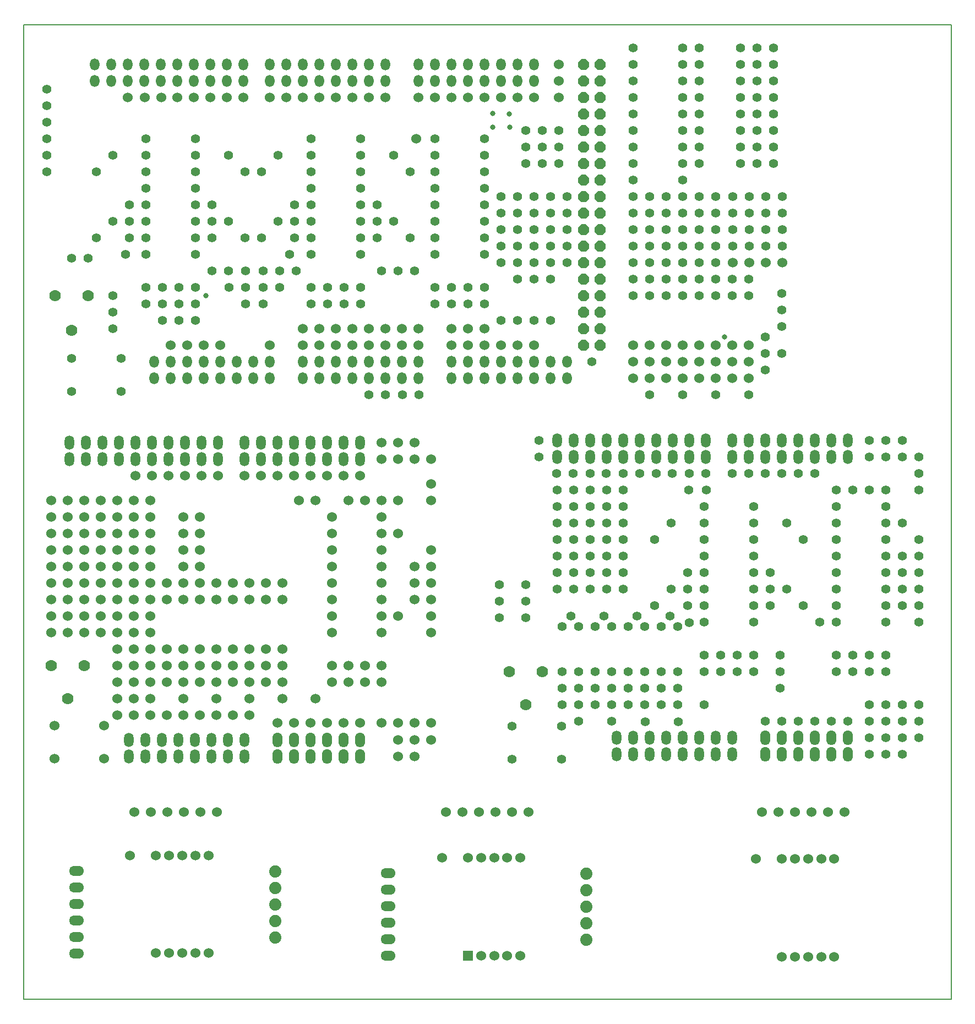
<source format=gbr>
%FSLAX35Y35*%
%MOIN*%
G04 EasyPC Gerber Version 18.0.8 Build 3632 *
%AMT21*0 Octagon Pad at angle 0*4,1,8,-0.01367,-0.03300,0.01367,-0.03300,0.03300,-0.01367,0.03300,0.01367,0.01367,0.03300,-0.01367,0.03300,-0.03300,0.01367,-0.03300,-0.01367,-0.01367,-0.03300,0*%
%ADD21T21*%
%ADD23O,0.05740X0.08610*%
%ADD20O,0.05746X0.07183*%
%ADD22O,0.06000X0.09000*%
%ADD79R,0.06000X0.06000*%
%ADD11C,0.00500*%
%ADD71C,0.03200*%
%ADD19C,0.05600*%
%ADD70C,0.06000*%
%ADD78C,0.06000*%
%ADD77C,0.07000*%
%ADD81C,0.07400*%
%ADD80O,0.09000X0.06000*%
X0Y0D02*
D02*
D11*
X561920Y250D02*
Y590250D01*
X250*
Y250*
X561920*
D02*
D19*
X14442Y501265D03*
Y511265D03*
Y521265D03*
Y531265D03*
Y541265D03*
Y551265D03*
X29442Y368387D03*
Y388387D03*
Y448765D03*
X39442D03*
X44442Y461265D03*
Y501265D03*
X54192Y406265D03*
Y416265D03*
X54442Y426265D03*
Y471265D03*
Y511265D03*
X59442Y368387D03*
Y388387D03*
X61942Y451265D03*
X64442Y461265D03*
Y471265D03*
Y481265D03*
X74442Y421265D03*
Y431265D03*
Y451265D03*
Y461265D03*
Y471265D03*
Y481265D03*
Y491265D03*
Y501265D03*
Y511265D03*
Y521265D03*
X84442Y411265D03*
Y421265D03*
Y431265D03*
X94442Y411265D03*
Y421265D03*
Y431265D03*
X104442Y411265D03*
Y421265D03*
Y431265D03*
Y451265D03*
Y461265D03*
Y471265D03*
Y481265D03*
Y491265D03*
Y501265D03*
Y511265D03*
Y521265D03*
X114442Y441265D03*
Y461265D03*
Y471265D03*
Y481265D03*
X124442Y441265D03*
Y471265D03*
Y511265D03*
X124507Y431347D03*
X134442Y461265D03*
Y501265D03*
X134491Y421206D03*
Y431206D03*
Y441206D03*
X144442Y461265D03*
Y501265D03*
X145349Y421206D03*
Y431206D03*
Y441206D03*
X154442Y471265D03*
Y511265D03*
X155315Y441265D03*
X155333Y431347D03*
X161442Y451265D03*
X164442Y461265D03*
Y471265D03*
Y481265D03*
X165315Y441265D03*
X174442Y421265D03*
Y431265D03*
Y451265D03*
Y461265D03*
Y471265D03*
Y481265D03*
Y491265D03*
Y501265D03*
Y511265D03*
Y521265D03*
X184442Y421265D03*
Y431265D03*
X194442Y421265D03*
Y431265D03*
X204442Y421265D03*
Y431265D03*
Y451265D03*
Y461265D03*
Y471265D03*
Y481265D03*
Y491265D03*
Y501265D03*
Y511265D03*
Y521265D03*
X209376Y366206D03*
X214442Y461265D03*
Y471265D03*
Y481265D03*
X216942Y441265D03*
X219360Y366206D03*
X224442Y471265D03*
Y511265D03*
X226942Y441265D03*
X229469Y366206D03*
X234442Y461265D03*
Y501265D03*
X236942Y441265D03*
X239454Y366330D03*
X249442Y421265D03*
Y431265D03*
Y451265D03*
Y461265D03*
Y471265D03*
Y481265D03*
Y491265D03*
Y501265D03*
Y511265D03*
Y521265D03*
X259442Y421265D03*
Y431265D03*
X269442Y421265D03*
Y431265D03*
X279442Y421265D03*
Y431265D03*
Y451265D03*
Y461265D03*
Y471265D03*
Y481265D03*
Y491265D03*
Y501265D03*
Y511265D03*
Y521265D03*
X288149Y231097D03*
Y241097D03*
Y251097D03*
X289405Y411387D03*
X289442Y446265D03*
Y456265D03*
Y466265D03*
Y476265D03*
Y486265D03*
X296089Y145437D03*
Y165437D03*
X299442Y411387D03*
Y436265D03*
Y446265D03*
Y456265D03*
Y466265D03*
Y476265D03*
Y486265D03*
X304373Y231097D03*
Y241097D03*
X304385Y251097D03*
X304442Y506265D03*
Y516265D03*
Y526265D03*
X309442Y411387D03*
Y436265D03*
Y446265D03*
Y456265D03*
Y466265D03*
Y476265D03*
Y486265D03*
X312127Y328437D03*
Y338437D03*
X314442Y506265D03*
Y516265D03*
Y526265D03*
X319442Y411387D03*
Y436265D03*
Y446265D03*
Y456265D03*
Y466265D03*
Y476265D03*
Y486265D03*
X322969Y318437D03*
X323156Y248437D03*
Y258437D03*
Y268437D03*
Y278437D03*
Y288437D03*
Y298437D03*
Y308437D03*
X324442Y506265D03*
Y516265D03*
Y526265D03*
X326089Y145437D03*
Y165437D03*
X326249Y178437D03*
Y188437D03*
Y198437D03*
Y225937D03*
X329442Y446265D03*
Y456265D03*
Y466265D03*
Y476265D03*
Y486265D03*
X331627Y232187D03*
X333078Y318437D03*
X333156Y248437D03*
Y258437D03*
Y268437D03*
Y278437D03*
Y288437D03*
Y298437D03*
Y308437D03*
X336198Y168446D03*
X336249Y178437D03*
Y188437D03*
Y198437D03*
Y225937D03*
X343156Y248437D03*
Y258437D03*
Y268437D03*
Y278437D03*
Y288437D03*
Y298437D03*
Y308437D03*
X343187Y318437D03*
X344442Y386265D03*
X346249Y178437D03*
Y188437D03*
Y198437D03*
Y225937D03*
X351627Y232187D03*
X353046Y318437D03*
X353156Y248437D03*
Y258437D03*
Y268437D03*
Y278437D03*
Y288437D03*
Y298437D03*
Y308437D03*
X356167Y168446D03*
X356249Y178437D03*
Y188437D03*
Y198437D03*
Y225937D03*
X363156Y248437D03*
Y258437D03*
Y268437D03*
Y278437D03*
Y288437D03*
Y298437D03*
Y308437D03*
Y318459D03*
X366249Y178437D03*
Y188437D03*
Y198437D03*
Y225937D03*
X369442Y426265D03*
Y436265D03*
Y446265D03*
Y456265D03*
Y466265D03*
Y476265D03*
Y486265D03*
Y496265D03*
Y506265D03*
Y516265D03*
Y526265D03*
Y536265D03*
Y546265D03*
Y556265D03*
Y566265D03*
Y576265D03*
X371627Y232187D03*
X373140Y318459D03*
X376249Y178437D03*
Y188437D03*
Y198437D03*
Y225937D03*
X376509Y168321D03*
X379442Y366265D03*
Y426265D03*
Y436265D03*
Y446265D03*
Y456265D03*
Y466265D03*
Y476265D03*
Y486265D03*
X382127Y238437D03*
Y278437D03*
X383124Y318459D03*
X386249Y178437D03*
Y188437D03*
Y198437D03*
Y225937D03*
X389442Y426265D03*
Y436265D03*
Y446265D03*
Y456265D03*
Y466265D03*
Y476265D03*
Y486265D03*
X391627Y232187D03*
X392127Y248437D03*
Y288437D03*
X392983Y318459D03*
X396249Y178437D03*
Y188437D03*
Y198437D03*
Y225937D03*
X396478Y168321D03*
X399442Y366265D03*
Y426265D03*
Y436265D03*
Y446265D03*
Y456265D03*
Y466265D03*
Y476265D03*
Y486265D03*
Y496265D03*
Y506265D03*
Y516265D03*
Y526265D03*
Y536265D03*
Y546265D03*
Y556265D03*
Y566265D03*
Y576265D03*
X402127Y238437D03*
Y248437D03*
Y258437D03*
X403093Y308437D03*
X403217Y228352D03*
Y318459D03*
X409442Y426265D03*
Y436265D03*
Y446265D03*
Y456265D03*
Y466265D03*
Y476265D03*
Y486265D03*
Y506265D03*
Y516265D03*
Y526265D03*
Y536265D03*
Y546265D03*
Y556265D03*
Y566265D03*
Y576265D03*
X412127Y178437D03*
Y198437D03*
Y208437D03*
Y228437D03*
Y238437D03*
Y248437D03*
Y258437D03*
Y268437D03*
Y278437D03*
Y288437D03*
Y298437D03*
X413326Y318459D03*
X413451Y308437D03*
X419442Y366265D03*
Y426265D03*
Y436265D03*
Y446265D03*
Y456265D03*
Y466265D03*
Y476265D03*
Y486265D03*
X422127Y198437D03*
Y208437D03*
X429127Y318437D03*
X429442Y426265D03*
Y436265D03*
X429526Y456265D03*
Y466265D03*
Y476265D03*
Y486265D03*
X432127Y198437D03*
Y208437D03*
X434442Y506265D03*
Y516265D03*
Y526265D03*
Y536265D03*
Y546265D03*
Y556265D03*
Y566265D03*
Y576265D03*
X439127Y318437D03*
X439442Y366265D03*
Y426265D03*
Y436265D03*
X439526Y456265D03*
Y466265D03*
Y476265D03*
Y486265D03*
X442127Y198437D03*
Y208437D03*
Y228437D03*
Y238437D03*
Y248437D03*
Y258437D03*
Y268437D03*
Y278437D03*
Y288437D03*
Y298437D03*
X444442Y506265D03*
Y516265D03*
Y526265D03*
Y536265D03*
Y546265D03*
Y556265D03*
Y566265D03*
Y576265D03*
X449127Y168437D03*
Y318437D03*
X449442Y381265D03*
Y391265D03*
Y401265D03*
X449526Y456265D03*
Y466265D03*
Y476265D03*
Y486265D03*
X452127Y238437D03*
Y248437D03*
Y258437D03*
X454442Y506265D03*
Y516265D03*
Y526265D03*
Y536265D03*
Y546265D03*
Y556265D03*
Y566265D03*
Y576265D03*
X458354Y188437D03*
Y198437D03*
Y208437D03*
X459127Y168437D03*
Y318437D03*
X459442Y391265D03*
Y407515D03*
Y417515D03*
Y427515D03*
X459526Y456265D03*
Y466265D03*
Y476265D03*
Y486265D03*
X462127Y248437D03*
Y288437D03*
X469127Y168437D03*
Y318437D03*
X472127Y238437D03*
Y278437D03*
X479127Y168437D03*
Y318437D03*
X482127Y228437D03*
X489127Y168437D03*
X492127Y198437D03*
Y208437D03*
Y228437D03*
Y238437D03*
Y248437D03*
Y258437D03*
Y268437D03*
Y278437D03*
Y288437D03*
Y298437D03*
Y308437D03*
X499127Y168437D03*
X502127Y198437D03*
Y208437D03*
Y308437D03*
X512127Y148437D03*
Y158437D03*
Y168437D03*
Y178437D03*
Y198437D03*
Y208437D03*
Y308437D03*
Y328437D03*
Y338437D03*
X522127Y148437D03*
Y158437D03*
Y168437D03*
Y178437D03*
Y198437D03*
Y208437D03*
Y228437D03*
Y238437D03*
Y248437D03*
Y258437D03*
Y268437D03*
Y278437D03*
Y288437D03*
Y298437D03*
Y308437D03*
Y328437D03*
Y338437D03*
X532127Y148437D03*
Y158437D03*
Y168437D03*
Y178437D03*
Y238437D03*
Y248437D03*
Y258437D03*
Y268437D03*
Y288437D03*
Y328437D03*
Y338437D03*
X542127Y158437D03*
Y168437D03*
Y178437D03*
Y228437D03*
Y238437D03*
Y248437D03*
Y258437D03*
Y268437D03*
Y278437D03*
Y308437D03*
Y318437D03*
Y328437D03*
D02*
D70*
X16850Y222263D03*
Y232263D03*
Y242263D03*
Y252263D03*
Y262263D03*
Y272263D03*
Y282263D03*
Y292263D03*
Y302263D03*
X18850Y145763D03*
Y165763D03*
X26850Y222263D03*
Y232263D03*
Y242263D03*
Y252263D03*
Y262263D03*
Y272263D03*
Y282263D03*
Y292263D03*
Y302263D03*
X36850Y222263D03*
Y232263D03*
Y242263D03*
Y252263D03*
Y262263D03*
Y272263D03*
Y282263D03*
Y292263D03*
Y302263D03*
X46850Y222263D03*
Y232263D03*
Y242263D03*
Y252263D03*
Y262263D03*
Y272263D03*
Y282263D03*
Y292263D03*
Y302263D03*
X48850Y145763D03*
Y165763D03*
X56850Y172263D03*
Y182263D03*
Y192263D03*
Y202263D03*
Y212263D03*
Y222263D03*
Y232263D03*
Y242263D03*
Y252263D03*
Y262263D03*
Y272263D03*
Y282263D03*
Y292263D03*
Y302263D03*
X63353Y546265D03*
X64704Y87363D03*
X66850Y172263D03*
Y182263D03*
Y192263D03*
Y202263D03*
Y212263D03*
Y222263D03*
Y232263D03*
Y242263D03*
Y252263D03*
Y262263D03*
Y272263D03*
Y282263D03*
Y292263D03*
Y302263D03*
X67418Y113696D03*
X67850Y317263D03*
X73462Y546265D03*
X76850Y172263D03*
Y182263D03*
Y192263D03*
Y202263D03*
Y212263D03*
Y222263D03*
Y232263D03*
Y242263D03*
Y252263D03*
Y262263D03*
Y272263D03*
Y282263D03*
Y292263D03*
Y302263D03*
X77418Y113696D03*
X77850Y317263D03*
X80429Y28206D03*
Y87363D03*
X83446Y546265D03*
X86850Y172263D03*
Y192263D03*
Y202263D03*
Y212263D03*
Y242263D03*
Y252263D03*
X87418Y113696D03*
X87850Y317263D03*
X88417Y28206D03*
Y87363D03*
X89442Y396265D03*
X93306Y546265D03*
X96279Y28206D03*
Y87363D03*
X96850Y172263D03*
Y182263D03*
Y192263D03*
Y202263D03*
Y212263D03*
Y242263D03*
Y252263D03*
Y262263D03*
Y272263D03*
Y282263D03*
Y292263D03*
X97418Y113696D03*
X97850Y317263D03*
X99442Y396265D03*
X103415Y546265D03*
X104267Y28206D03*
Y87363D03*
X106850Y172263D03*
Y192263D03*
Y202263D03*
Y212263D03*
Y242263D03*
Y252263D03*
Y262263D03*
Y272263D03*
Y282263D03*
Y292263D03*
X107418Y113696D03*
X107850Y317263D03*
X109442Y396265D03*
X112129Y28206D03*
Y87363D03*
X113399Y546265D03*
X116850Y172263D03*
Y182263D03*
Y192263D03*
Y202263D03*
Y212263D03*
Y242263D03*
Y252263D03*
X117418Y113696D03*
X117850Y317263D03*
X119442Y396265D03*
X123383Y546265D03*
X126850Y172263D03*
Y192263D03*
Y202263D03*
Y212263D03*
Y242263D03*
Y252263D03*
X133368Y546265D03*
X133850Y317263D03*
X136850Y172263D03*
Y182263D03*
Y192263D03*
Y202263D03*
Y212263D03*
Y242263D03*
Y252263D03*
X143850Y317263D03*
X146850Y192263D03*
Y202263D03*
Y212263D03*
Y242263D03*
Y252263D03*
X149442Y396265D03*
Y546265D03*
X153850Y317263D03*
X153865Y167513D03*
X156850Y182263D03*
Y192263D03*
Y202263D03*
Y212263D03*
Y242263D03*
Y252263D03*
X159442Y546265D03*
X163850Y317263D03*
X163865Y167513D03*
X166850Y302263D03*
X169442Y396265D03*
Y406265D03*
Y546265D03*
X173850Y317263D03*
X173865Y167513D03*
X176850Y182263D03*
Y302263D03*
X179442Y396265D03*
Y406265D03*
Y546265D03*
X183850Y317263D03*
X183865Y167513D03*
X186850Y192263D03*
Y202263D03*
Y222263D03*
Y232263D03*
Y242263D03*
Y252263D03*
Y262263D03*
Y272263D03*
Y282263D03*
Y292263D03*
X189442Y396265D03*
Y406265D03*
Y546265D03*
X193850Y317263D03*
X193865Y167513D03*
X196850Y192263D03*
Y202263D03*
Y302263D03*
X199442Y396265D03*
Y406265D03*
Y546265D03*
X203850Y317263D03*
X203865Y167513D03*
X206850Y192263D03*
Y202263D03*
Y302263D03*
X209442Y396265D03*
Y406265D03*
Y546265D03*
X216850Y167513D03*
Y192263D03*
Y202263D03*
Y222263D03*
Y232263D03*
Y242263D03*
Y252263D03*
Y262263D03*
Y272263D03*
Y282263D03*
Y292263D03*
Y302263D03*
Y327263D03*
Y337263D03*
X219442Y396265D03*
Y406265D03*
Y546265D03*
X226850Y147263D03*
Y157263D03*
Y167513D03*
Y232263D03*
Y282263D03*
Y302263D03*
Y327263D03*
Y337263D03*
X229442Y396265D03*
Y406265D03*
X236850Y147263D03*
Y157263D03*
Y167513D03*
Y242263D03*
Y252263D03*
Y262263D03*
Y327263D03*
Y337263D03*
X237905Y521265D03*
X239442Y396265D03*
Y406265D03*
Y546265D03*
X246850Y157263D03*
Y167513D03*
Y222263D03*
Y232263D03*
Y242263D03*
Y252263D03*
Y262263D03*
Y272263D03*
Y302263D03*
Y312263D03*
Y327263D03*
X249442Y546265D03*
X256006Y113513D03*
X259442Y396265D03*
Y406265D03*
Y546265D03*
X266006Y113513D03*
X269442Y396265D03*
Y406265D03*
Y546265D03*
X276006Y113513D03*
X279442Y396265D03*
Y406265D03*
Y546265D03*
X286006Y113513D03*
X289442Y396265D03*
Y546265D03*
X296006Y113513D03*
X299442Y396265D03*
Y546265D03*
X306006Y113513D03*
X309442Y396265D03*
Y546265D03*
X324442D03*
Y556265D03*
Y566265D03*
X369442Y376265D03*
Y386265D03*
Y396265D03*
X379442Y376265D03*
Y386265D03*
Y396265D03*
X389442Y376265D03*
Y386265D03*
Y396265D03*
X399442Y376265D03*
Y386265D03*
Y396265D03*
X409442Y376265D03*
Y386265D03*
Y396265D03*
X419442Y376265D03*
Y386265D03*
Y396265D03*
X429442Y376265D03*
Y386265D03*
Y396265D03*
X429526Y446265D03*
X439442Y376265D03*
Y386265D03*
Y396265D03*
X439526Y446265D03*
X443628Y85116D03*
X447300Y113571D03*
X449526Y446265D03*
X457300Y113571D03*
X459353Y25959D03*
Y85116D03*
X459526Y446265D03*
X467300Y113571D03*
X467341Y25959D03*
Y85116D03*
X475203Y25959D03*
Y85116D03*
X477300Y113571D03*
X483191Y25959D03*
Y85116D03*
X487300Y113571D03*
X491053Y25959D03*
Y85116D03*
X497300Y113571D03*
D02*
D71*
X110692Y426265D03*
X284383Y528325D03*
Y536437D03*
X294405Y536387D03*
X294467Y528387D03*
X424658Y401265D03*
D02*
D20*
X43442Y556265D03*
Y566265D03*
X53442Y556265D03*
Y566265D03*
X63442Y556265D03*
Y566265D03*
X73442Y556265D03*
Y566265D03*
X79442Y376265D03*
Y386265D03*
X83442Y556265D03*
Y566265D03*
X89442Y376265D03*
Y386265D03*
X93442Y556265D03*
Y566265D03*
X99442Y376265D03*
Y386265D03*
X103442Y556265D03*
Y566265D03*
X109442Y376265D03*
Y386265D03*
X113442Y556265D03*
Y566265D03*
X119442Y376265D03*
Y386265D03*
X123442Y556265D03*
Y566265D03*
X129442Y376265D03*
Y386265D03*
X133442Y556265D03*
Y566265D03*
X139442Y376265D03*
Y386265D03*
X149442Y376265D03*
Y386265D03*
Y556265D03*
Y566265D03*
X159442Y556265D03*
Y566265D03*
X169442Y376265D03*
Y386265D03*
Y556265D03*
Y566265D03*
X179442Y376265D03*
Y386265D03*
Y556265D03*
Y566265D03*
X189442Y376265D03*
Y386265D03*
Y556265D03*
Y566265D03*
X199442Y376265D03*
Y386265D03*
Y556265D03*
Y566265D03*
X209442Y376265D03*
Y386265D03*
Y556265D03*
Y566265D03*
X219442Y376265D03*
Y386265D03*
Y556265D03*
Y566265D03*
X229442Y376265D03*
Y386265D03*
X239442Y376265D03*
Y386265D03*
Y556265D03*
Y566265D03*
X249442Y556265D03*
Y566265D03*
X259442Y376265D03*
Y386265D03*
Y556265D03*
Y566265D03*
X269442Y376265D03*
Y386265D03*
Y556265D03*
Y566265D03*
X279442Y376265D03*
Y386265D03*
Y556265D03*
Y566265D03*
X289442Y376265D03*
Y386265D03*
Y556265D03*
Y566265D03*
X299442Y376265D03*
Y386265D03*
Y556265D03*
Y566265D03*
X309442Y376265D03*
Y386265D03*
Y556265D03*
Y566265D03*
X319442Y376265D03*
Y386265D03*
X329442Y376265D03*
Y386265D03*
D02*
D21*
X339442Y396265D03*
Y406265D03*
Y416265D03*
Y426265D03*
Y436265D03*
Y446265D03*
Y456265D03*
Y466265D03*
Y476265D03*
Y486265D03*
Y496265D03*
Y506265D03*
Y516265D03*
Y526265D03*
Y536265D03*
Y546265D03*
Y556265D03*
Y566265D03*
X349442Y396265D03*
Y406265D03*
Y416265D03*
Y426265D03*
Y436265D03*
Y446265D03*
Y456265D03*
Y466265D03*
Y476265D03*
Y486265D03*
Y496265D03*
Y506265D03*
Y516265D03*
Y526265D03*
Y536265D03*
Y546265D03*
Y556265D03*
Y566265D03*
D02*
D22*
X153850Y147263D03*
Y157263D03*
X163850Y147263D03*
Y157263D03*
X173850Y147263D03*
Y157263D03*
X183850Y147263D03*
Y157263D03*
X193850Y147263D03*
Y157263D03*
X203850Y147263D03*
Y157263D03*
X449127Y148437D03*
Y158437D03*
X459127Y148437D03*
Y158437D03*
X469127Y148437D03*
Y158437D03*
X479127Y148437D03*
Y158437D03*
X489127Y148437D03*
Y158437D03*
X499127Y148437D03*
Y158437D03*
D02*
D23*
X27850Y327263D03*
Y337263D03*
X37850Y327263D03*
Y337263D03*
X47850Y327263D03*
Y337263D03*
X57850Y327263D03*
Y337263D03*
X63850Y147263D03*
Y157263D03*
X67850Y327263D03*
Y337263D03*
X73850Y147263D03*
Y157263D03*
X77850Y327263D03*
Y337263D03*
X83850Y147263D03*
Y157263D03*
X87850Y327263D03*
Y337263D03*
X93850Y147263D03*
Y157263D03*
X97850Y327263D03*
Y337263D03*
X103850Y147263D03*
Y157263D03*
X107850Y327263D03*
Y337263D03*
X113850Y147263D03*
Y157263D03*
X117850Y327263D03*
Y337263D03*
X123850Y147263D03*
Y157263D03*
X133850Y147263D03*
Y157263D03*
Y327263D03*
Y337263D03*
X143850Y327263D03*
Y337263D03*
X153850Y327263D03*
Y337263D03*
X163850Y327263D03*
Y337263D03*
X173850Y327263D03*
Y337263D03*
X183850Y327263D03*
Y337263D03*
X193850Y327263D03*
Y337263D03*
X203850Y327263D03*
Y337263D03*
X323127Y328437D03*
Y338437D03*
X333127Y328437D03*
Y338437D03*
X343127Y328437D03*
Y338437D03*
X353127Y328437D03*
Y338437D03*
X359127Y148437D03*
Y158437D03*
X363127Y328437D03*
Y338437D03*
X369127Y148437D03*
Y158437D03*
X373127Y328437D03*
Y338437D03*
X379127Y148437D03*
Y158437D03*
X383127Y328437D03*
Y338437D03*
X389127Y148437D03*
Y158437D03*
X393127Y328437D03*
Y338437D03*
X399127Y148437D03*
Y158437D03*
X403127Y328437D03*
Y338437D03*
X409127Y148437D03*
Y158437D03*
X413127Y328437D03*
Y338437D03*
X419127Y148437D03*
Y158437D03*
X429127Y148437D03*
Y158437D03*
Y328437D03*
Y338437D03*
X439127Y328437D03*
Y338437D03*
X449127Y328437D03*
Y338437D03*
X459127Y328437D03*
Y338437D03*
X469127Y328437D03*
Y338437D03*
X479127Y328437D03*
Y338437D03*
X489127Y328437D03*
Y338437D03*
X499127Y328437D03*
Y338437D03*
D02*
D77*
X16850Y202263D03*
X19442Y426265D03*
X26850Y182263D03*
X29442Y405387D03*
X36850Y202263D03*
X39442Y426265D03*
X294127Y198437D03*
X304127Y178437D03*
X314127Y198437D03*
D02*
D78*
X253656Y85783D03*
X269404D03*
X277278Y26728D03*
Y85783D03*
X285152Y26728D03*
Y85783D03*
X293026Y26728D03*
Y85783D03*
X300900Y26728D03*
Y85783D03*
D02*
D79*
X269404Y26728D03*
D02*
D80*
X32406Y27773D03*
Y37773D03*
Y47773D03*
Y57773D03*
Y67773D03*
Y77773D03*
X221006Y26419D03*
Y36419D03*
Y46419D03*
Y56419D03*
Y66419D03*
Y76419D03*
D02*
D81*
X152466Y37733D03*
Y47733D03*
Y57733D03*
Y67733D03*
Y77733D03*
X341067Y36380D03*
Y46380D03*
Y56380D03*
Y66380D03*
Y76380D03*
X0Y0D02*
M02*

</source>
